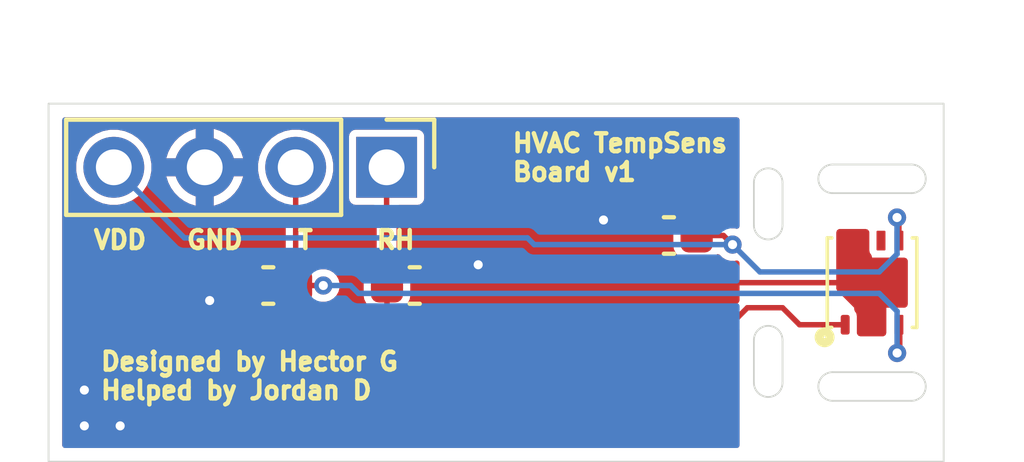
<source format=kicad_pcb>
(kicad_pcb (version 20241229) (generator "pcbnew") (generator_version "9.0")
  (layers (0 "F.Cu" signal) (2 "B.Cu" signal) (13 "F.Paste" user) (15 "B.Paste" user) (5 "F.SilkS" user "F.Silkscreen") (7 "B.SilkS" user "B.Silkscreen") (1 "F.Mask" user) (3 "B.Mask" user) (25 "Edge.Cuts" user))
  (net 0 "")
  (net 1 "GND")
  (net 2 "VDD")
  (net 3 "/Temp")
  (net 4 "/RH")
  (net 5 "/~{RESET}")
  (footprint "Connector_PinHeader_2.54mm:PinHeader_1x04_P2.54mm_Vertical" (layer "F.Cu") (at 96.942 101.778 -90)
    (property "Reference" "J1" (hide yes))
    (property "Value" "Conn_01x04")
    (fp_line (start -1.33 8.95) (end 1.33 8.95) (stroke (width 0.12)) (layer "F.SilkS"))
    (fp_line (start -1.33 1.27) (end -1.33 8.95) (stroke (width 0.12)) (layer "F.SilkS"))
    (fp_line (start -1.33 1.27) (end 1.33 1.27) (stroke (width 0.12)) (layer "F.SilkS"))
    (fp_line (start 1.33 1.27) (end 1.33 8.95) (stroke (width 0.12)) (layer "F.SilkS"))
    (fp_line (start -1.33 0) (end -1.33 -1.33) (stroke (width 0.12)) (layer "F.SilkS"))
    (fp_line (start -1.33 -1.33) (end 0 -1.33) (stroke (width 0.12)) (layer "F.SilkS"))
    (pad "1" thru_hole rect (at 0 0 270) (size 1.7 1.7) (drill 1) (layers "*.Cu" "*.Mask") (net 4 "/RH"))
    (pad "2" thru_hole oval (at 0 2.54 270) (size 1.7 1.7) (drill 1) (layers "*.Cu" "*.Mask") (net 3 "/Temp"))
    (pad "3" thru_hole oval (at 0 5.08 270) (size 1.7 1.7) (drill 1) (layers "*.Cu" "*.Mask") (net 1 "GND"))
    (pad "4" thru_hole oval (at 0 7.62 270) (size 1.7 1.7) (drill 1) (layers "*.Cu" "*.Mask") (net 2 "VDD"))
  )
  (footprint "Capacitor_SMD:C_0603_1608Metric" (layer "F.Cu") (at 93.637 105.08 180)
    (property "Reference" "C2" (hide yes))
    (property "Value" "1nF")
    (fp_line (start -0.14058 0.51) (end 0.14058 0.51) (stroke (width 0.12)) (layer "F.SilkS"))
    (fp_line (start -0.14058 -0.51) (end 0.14058 -0.51) (stroke (width 0.12)) (layer "F.SilkS"))
    (pad "1" smd roundrect (at -0.775 0 180) (size 0.9 0.95) (layers "F.Cu" "F.Mask" "F.Paste") (net 3 "/Temp"))
    (pad "2" smd roundrect (at 0.775 0 180) (size 0.9 0.95) (layers "F.Cu" "F.Mask" "F.Paste") (net 1 "GND"))
  )
  (footprint "Capacitor_SMD:C_0603_1608Metric" (layer "F.Cu") (at 104.826 103.683 180)
    (property "Reference" "C1" (hide yes))
    (property "Value" "100nF")
    (fp_line (start -0.14058 0.51) (end 0.14058 0.51) (stroke (width 0.12)) (layer "F.SilkS"))
    (fp_line (start -0.14058 -0.51) (end 0.14058 -0.51) (stroke (width 0.12)) (layer "F.SilkS"))
    (pad "1" smd roundrect (at -0.775 0 180) (size 0.9 0.95) (layers "F.Cu" "F.Mask" "F.Paste") (net 2 "VDD"))
    (pad "2" smd roundrect (at 0.775 0 180) (size 0.9 0.95) (layers "F.Cu" "F.Mask" "F.Paste") (net 1 "GND"))
  )
  (footprint "Sensor_Humidity:SHT30" (layer "F.Cu") (at 110.5 105 90)
    (property "Reference" "Sen1" (hide yes))
    (property "Value" "SHT3x-ARx")
    (fp_line (start -1.25 -1.25) (end 1.25 -1.25) (stroke (width 0.1)) (layer "F.SilkS"))
    (fp_line (start 1.25 -1.125) (end 1.25 -1.25) (stroke (width 0.1)) (layer "F.SilkS"))
    (fp_line (start -1.25 -1.125) (end -1.25 -1.25) (stroke (width 0.1)) (layer "F.SilkS"))
    (fp_line (start 1.25 1.25) (end 1.25 1.125) (stroke (width 0.1)) (layer "F.SilkS"))
    (fp_line (start -1.25 1.25) (end -1.25 1.125) (stroke (width 0.1)) (layer "F.SilkS"))
    (fp_line (start -1.25 1.25) (end 1.25 1.25) (stroke (width 0.1)) (layer "F.SilkS"))
    (fp_circle (center -1.525 -1.325) (end -1.525 -1.35) (stroke (width 0.254)) (fill no) (layer "F.SilkS"))
    (pad "1" smd roundrect (at -1.175 -0.75 180) (size 0.25 0.55) (layers "F.Cu" "F.Mask" "F.Paste") (net 4 "/RH"))
    (pad "2" smd roundrect (at -1.175 -0.25 180) (size 0.25 0.55) (layers "F.Cu" "F.Mask" "F.Paste") (roundrect_rratio 0.1) (net 1 "GND"))
    (pad "3" smd roundrect (at -1.175 0.25 180) (size 0.25 0.55) (layers "F.Cu" "F.Mask" "F.Paste") (roundrect_rratio 0.1) (net 1 "GND"))
    (pad "4" smd roundrect (at -1.175 0.75 180) (size 0.25 0.55) (layers "F.Cu" "F.Mask" "F.Paste") (roundrect_rratio 0.1) (net 3 "/Temp"))
    (pad "5" smd roundrect (at 1.175 0.75 180) (size 0.25 0.55) (layers "F.Cu" "F.Mask" "F.Paste") (roundrect_rratio 0.1) (net 2 "VDD"))
    (pad "6" smd roundrect (at 1.175 0.25) (size 0.25 0.55) (layers "F.Cu" "F.Mask" "F.Paste") (roundrect_rratio 0.1) (net 5 "/~{RESET}"))
    (pad "7" smd roundrect (at 1.175 -0.25) (size 0.25 0.55) (layers "F.Cu" "F.Mask" "F.Paste") (roundrect_rratio 0.1) (net 1 "GND"))
    (pad "8" smd roundrect (at 1.175 -0.75) (size 0.25 0.55) (layers "F.Cu" "F.Mask" "F.Paste") (roundrect_rratio 0.1) (net 1 "GND"))
    (pad "9" smd circle (at 0 0 270) (size 0.2 0.2) (layers "F.Cu" "F.Mask" "F.Paste") (net 1 "GND"))
    (pad "9" smd custom (at 0.5 0.85 90) (size 0.000001 0.000001) (layers "F.Cu" "F.Mask" "F.Paste") (net 1 "GND") (options (clearance outline) (anchor circle)) (primitives (gr_poly (pts (xy 0 0) (xy -1 0) (xy -1 -1.4) (xy -0.7 -1.7) (xy 0 -1.7)) (width 0) (fill yes))))
  )
  (footprint "Capacitor_SMD:C_0603_1608Metric" (layer "F.Cu") (at 97.727 105.08)
    (property "Reference" "C3" (hide yes))
    (property "Value" "1nF")
    (fp_line (start -0.14058 -0.51) (end 0.14058 -0.51) (stroke (width 0.12)) (layer "F.SilkS"))
    (fp_line (start -0.14058 0.51) (end 0.14058 0.51) (stroke (width 0.12)) (layer "F.SilkS"))
    (pad "1" smd roundrect (at -0.775 0) (size 0.9 0.95) (layers "F.Cu" "F.Mask" "F.Paste") (net 4 "/RH"))
    (pad "2" smd roundrect (at 0.775 0) (size 0.9 0.95) (layers "F.Cu" "F.Mask" "F.Paste") (net 1 "GND"))
  )
  (gr_rect (start 87.5 100) (end 112.5 110) (stroke (width 0.05)) (fill no) (layer "Edge.Cuts"))
  (gr_arc (start 107.2 102.2) (mid 107.6 101.8) (end 108 102.2) (stroke (width 0.05)) (layer "Edge.Cuts"))
  (gr_line (start 108 103.4) (end 108 102.2) (stroke (width 0.05)) (layer "Edge.Cuts"))
  (gr_arc (start 108 103.4) (mid 107.6 103.8) (end 107.2 103.4) (stroke (width 0.05)) (layer "Edge.Cuts"))
  (gr_line (start 109.4 101.7) (end 111.6 101.7) (stroke (width 0.05)) (layer "Edge.Cuts"))
  (gr_line (start 109.4 107.5) (end 111.6 107.5) (stroke (width 0.05)) (layer "Edge.Cuts"))
  (gr_arc (start 111.6 107.5) (mid 112 107.9) (end 111.6 108.3) (stroke (width 0.05)) (layer "Edge.Cuts"))
  (gr_arc (start 108 107.8) (mid 107.6 108.2) (end 107.2 107.8) (stroke (width 0.05)) (layer "Edge.Cuts"))
  (gr_line (start 107.2 107.8) (end 107.2 106.6) (stroke (width 0.05)) (layer "Edge.Cuts"))
  (gr_line (start 109.4 108.3) (end 111.6 108.3) (stroke (width 0.05)) (layer "Edge.Cuts"))
  (gr_arc (start 109.4 102.5) (mid 109 102.1) (end 109.4 101.7) (stroke (width 0.05)) (layer "Edge.Cuts"))
  (gr_line (start 109.4 102.5) (end 111.6 102.5) (stroke (width 0.05)) (layer "Edge.Cuts"))
  (gr_arc (start 107.2 106.6) (mid 107.6 106.2) (end 108 106.6) (stroke (width 0.05)) (layer "Edge.Cuts"))
  (gr_arc (start 111.6 101.7) (mid 112 102.1) (end 111.6 102.5) (stroke (width 0.05)) (layer "Edge.Cuts"))
  (gr_arc (start 109.4 108.3) (mid 109 107.9) (end 109.4 107.5) (stroke (width 0.05)) (layer "Edge.Cuts"))
  (gr_line (start 108 107.8) (end 108 106.6) (stroke (width 0.05)) (layer "Edge.Cuts"))
  (gr_line (start 107.2 103.4) (end 107.2 102.2) (stroke (width 0.05)) (layer "Edge.Cuts"))
  (gr_text "GND" (at 91.3 104.1 0) (layer "F.SilkS") (effects (font (size 0.5 0.5) (thickness 0.125) (bold yes)) (justify left bottom)))
  (gr_text "T" (at 94.4 104.1 0) (layer "F.SilkS") (effects (font (size 0.5 0.5) (thickness 0.125) (bold yes)) (justify left bottom)))
  (gr_text "Designed by Hector G\nHelped by Jordan D" (at 88.9 108.3 0) (layer "F.SilkS") (effects (font (size 0.5 0.5) (thickness 0.125) (bold yes)) (justify left bottom)))
  (gr_text "RH" (at 96.6 104.1 0) (layer "F.SilkS") (effects (font (size 0.5 0.5) (thickness 0.125) (bold yes)) (justify left bottom)))
  (gr_text "VDD" (at 88.7 104.1 0) (layer "F.SilkS") (effects (font (size 0.5 0.5) (thickness 0.125) (bold yes)) (justify left bottom)))
  (gr_text "HVAC TempSens \nBoard v1" (at 100.4 102.2 0) (layer "F.SilkS") (effects (font (size 0.5 0.5) (thickness 0.125) (bold yes)) (justify left bottom)))
  (segment (start 105.9 105) (end 110.85 105) (width 0.1524) (layer "F.Cu") (net 1))
  (via (at 89.5 109) (size 0.508) (drill 0.254) (layers "F.Cu" "B.Cu") (net 1))
  (via (at 88.5 108) (size 0.508) (drill 0.254) (layers "F.Cu" "B.Cu") (net 1))
  (via (at 99.5 104.5) (size 0.508) (drill 0.254) (layers "F.Cu" "B.Cu") (net 1))
  (via (at 92 105.5) (size 0.508) (drill 0.254) (layers "F.Cu" "B.Cu") (net 1))
  (via (at 103 103.25) (size 0.508) (drill 0.254) (layers "F.Cu" "B.Cu") (net 1))
  (via (at 88.5 109) (size 0.508) (drill 0.254) (layers "F.Cu" "B.Cu") (net 1))
  (segment (start 105.601 103.683) (end 106.35 103.683) (width 0.1524) (layer "F.Cu") (net 2))
  (segment (start 111.25 103.233368) (end 111.197632 103.181) (width 0.1524) (layer "F.Cu") (net 2))
  (segment (start 106.35 103.683) (end 106.604 103.937) (width 0.1524) (layer "F.Cu") (net 2))
  (segment (start 111.25 103.825) (end 111.25 103.233368) (width 0.1524) (layer "F.Cu") (net 2))
  (via (at 111.197632 103.181) (size 0.508) (drill 0.254) (layers "F.Cu" "B.Cu") (net 2))
  (via (at 106.604 103.937) (size 0.508) (drill 0.254) (layers "F.Cu" "B.Cu") (net 2))
  (segment (start 106.604 103.937) (end 107.367 104.7) (width 0.1524) (layer "B.Cu") (net 2))
  (segment (start 89.322 101.778) (end 91.294 103.75) (width 0.1524) (layer "B.Cu") (net 2))
  (segment (start 107.367 104.7) (end 110.7 104.7) (width 0.1524) (layer "B.Cu") (net 2))
  (segment (start 100.876 103.75) (end 101.063 103.937) (width 0.1524) (layer "B.Cu") (net 2))
  (segment (start 101.063 103.937) (end 106.604 103.937) (width 0.1524) (layer "B.Cu") (net 2))
  (segment (start 111.197632 104.202368) (end 111.197632 103.181) (width 0.1524) (layer "B.Cu") (net 2))
  (segment (start 91.294 103.75) (end 100.876 103.75) (width 0.1524) (layer "B.Cu") (net 2))
  (segment (start 110.7 104.7) (end 111.197632 104.202368) (width 0.1524) (layer "B.Cu") (net 2))
  (segment (start 111.2 106.965) (end 111.3 106.865) (width 0.1524) (layer "F.Cu") (net 3))
  (segment (start 111.2 106.965) (end 111.25 106.915) (width 0.2) (layer "F.Cu") (net 3))
  (segment (start 94.402 101.778) (end 94.402 105.07) (width 0.1524) (layer "F.Cu") (net 3))
  (segment (start 111.25 106.915) (end 111.25 106.175) (width 0.2) (layer "F.Cu") (net 3))
  (segment (start 94.402 105.07) (end 94.412 105.08) (width 0.1524) (layer "F.Cu") (net 3))
  (segment (start 94.412 105.08) (end 95.174 105.08) (width 0.1524) (layer "F.Cu") (net 3))
  (via (at 111.2 106.965) (size 0.508) (drill 0.254) (layers "F.Cu" "B.Cu") (net 3))
  (via (at 95.174 105.08) (size 0.508) (drill 0.254) (layers "F.Cu" "B.Cu") (net 3))
  (segment (start 96.156 105.3) (end 110.7 105.3) (width 0.1524) (layer "B.Cu") (net 3))
  (segment (start 111.2 105.8) (end 111.2 106.965) (width 0.1524) (layer "B.Cu") (net 3))
  (segment (start 95.936 105.08) (end 96.156 105.3) (width 0.1524) (layer "B.Cu") (net 3))
  (segment (start 95.174 105.08) (end 95.936 105.08) (width 0.1524) (layer "B.Cu") (net 3))
  (segment (start 110.7 105.3) (end 111.2 105.8) (width 0.1524) (layer "B.Cu") (net 3))
  (segment (start 96.942 105.07) (end 96.952 105.08) (width 0.1524) (layer "F.Cu") (net 4))
  (segment (start 106.75 105.969) (end 107.019 105.7) (width 0.1524) (layer "F.Cu") (net 4))
  (segment (start 107.019 105.7) (end 108 105.7) (width 0.1524) (layer "F.Cu") (net 4))
  (segment (start 96.952 105.08) (end 96.952 105.715) (width 0.1524) (layer "F.Cu") (net 4))
  (segment (start 96.942 101.778) (end 96.942 105.07) (width 0.1524) (layer "F.Cu") (net 4))
  (segment (start 97.206 105.969) (end 106.75 105.969) (width 0.1524) (layer "F.Cu") (net 4))
  (segment (start 108 105.7) (end 108.475 106.175) (width 0.1524) (layer "F.Cu") (net 4))
  (segment (start 96.952 105.715) (end 97.206 105.969) (width 0.1524) (layer "F.Cu") (net 4))
  (segment (start 108.475 106.175) (end 109.75 106.175) (width 0.1524) (layer "F.Cu") (net 4))
  (zone (net 1) (net_name "GND") (layer "F.Cu") (connect_pads thru_hole_only (clearance 0.2)) (min_thickness 0.2) (fill yes (thermal_gap 0.5) (thermal_bridge_width 0.5))
    (polygon (pts (xy 109.5 103.5) (xy 109.5 105.2) (xy 110 105.7) (xy 110 106.5) (xy 110.9 106.5) (xy 110.9 105.7) (xy 111.5 105.7) (xy 111.5 104.3) (xy 110.5 104.3) (xy 110.5 103.5)))
  )
  (zone (net 1) (net_name "GND") (layers "F.Cu" "B.Cu") (priority 1) (connect_pads thru_hole_only (clearance 0.1524)) (min_thickness 0.1524) (fill yes (thermal_gap 0.25) (thermal_bridge_width 0.5))
    (polygon (pts (xy 106.8 100) (xy 106.8 110) (xy 87.5 110) (xy 87.5 100)))
  )
)
</source>
